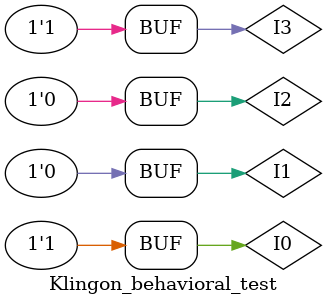
<source format=v>
`timescale 1ns / 1ps


module Klingon_behavioral_test;

	// Inputs
	reg I0;
	reg I1;
	reg I2;
	reg I3;

	// Outputs
	wire [6:0] Y;

	// Instantiate the Unit Under Test (UUT)
	Klingon_behavioral uut (
		.Y(Y), 
		.I0(I0), 
		.I1(I1), 
		.I2(I2), 
		.I3(I3)
	);

	initial begin
		// Initialize Inputs
		I0 = 0;	I1 = 0;	I2 = 0;	I3 = 0; #100; //0000
		I0 = 0;	I1 = 0;	I2 = 0;	I3 = 1; #100; //0001
		I0 = 0;	I1 = 0;	I2 = 1;	I3 = 0; #100; //0010
		I0 = 0;	I1 = 0;	I2 = 1;	I3 = 1; #100; //0011
		I0 = 0;	I1 = 1;	I2 = 0;	I3 = 0; #100; //0100
		I0 = 0;	I1 = 1;	I2 = 0;	I3 = 1; #100; //0101
		I0 = 0;	I1 = 1;	I2 = 1;	I3 = 0; #100; //0110
		I0 = 0;	I1 = 1;	I2 = 1;	I3 = 1; #100; //0111
		I0 = 1;	I1 = 0;	I2 = 0;	I3 = 0; #100; //1000
		I0 = 1;	I1 = 0;	I2 = 0;	I3 = 1; #100; //1001		

		// Wait 100 ns for global reset to finish
		#100;
        
		// Add stimulus here

	end
      
endmodule


</source>
